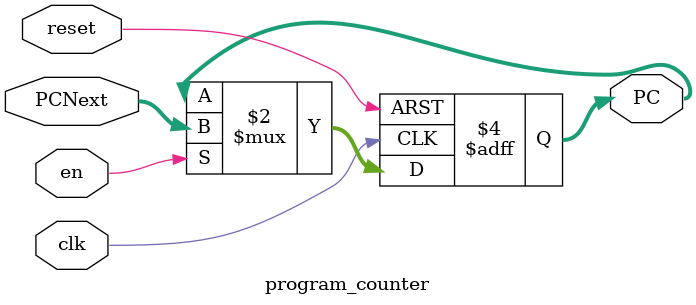
<source format=sv>
`timescale 1ns / 1ps

module program_counter(
    input  logic        clk,    // Clock signal
    input  logic        reset,  // Active-high synchronous reset
    input  logic        en,     // Enable signal (stall control)
    input  logic [31:0] PCNext, // Next PC value
    output logic [31:0] PC      // Current PC value
);

    // Sequential logic: update PC on clock edge or reset
    always_ff @(posedge clk or posedge reset) begin
        if (reset) begin
            // Reset PC to 0 on reset
            PC <= 32'h00000000;
        end
        else if (en) begin
            // Update PC if enable is high (no stall)
            PC <= PCNext;
        end
        // If enable is low (stall), PC retains its previous value
    end

endmodule

</source>
